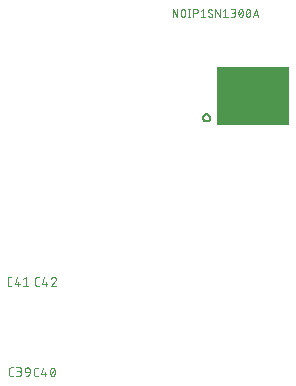
<source format=gbr>
G04 EAGLE Gerber X2 export*
G75*
%MOMM*%
%FSLAX34Y34*%
%LPD*%
%AMOC8*
5,1,8,0,0,1.08239X$1,22.5*%
G01*
%ADD10R,6.182400X4.953600*%
%ADD11C,0.127000*%
%ADD12C,0.050800*%
%ADD13C,0.076200*%


D10*
X350150Y449050D03*
D11*
X308200Y430300D02*
X308202Y430409D01*
X308208Y430518D01*
X308218Y430626D01*
X308232Y430734D01*
X308249Y430842D01*
X308271Y430949D01*
X308296Y431055D01*
X308326Y431159D01*
X308359Y431263D01*
X308396Y431366D01*
X308436Y431467D01*
X308480Y431566D01*
X308528Y431664D01*
X308580Y431761D01*
X308634Y431855D01*
X308692Y431947D01*
X308754Y432037D01*
X308819Y432124D01*
X308886Y432210D01*
X308957Y432293D01*
X309031Y432373D01*
X309108Y432450D01*
X309187Y432525D01*
X309269Y432596D01*
X309354Y432665D01*
X309441Y432730D01*
X309530Y432793D01*
X309622Y432851D01*
X309716Y432907D01*
X309811Y432959D01*
X309909Y433008D01*
X310008Y433053D01*
X310109Y433095D01*
X310211Y433132D01*
X310314Y433166D01*
X310419Y433197D01*
X310525Y433223D01*
X310631Y433246D01*
X310739Y433264D01*
X310847Y433279D01*
X310955Y433290D01*
X311064Y433297D01*
X311173Y433300D01*
X311282Y433299D01*
X311391Y433294D01*
X311499Y433285D01*
X311607Y433272D01*
X311715Y433255D01*
X311822Y433235D01*
X311928Y433210D01*
X312033Y433182D01*
X312137Y433150D01*
X312240Y433114D01*
X312342Y433074D01*
X312442Y433031D01*
X312540Y432984D01*
X312637Y432934D01*
X312731Y432880D01*
X312824Y432822D01*
X312915Y432762D01*
X313003Y432698D01*
X313089Y432631D01*
X313172Y432561D01*
X313253Y432488D01*
X313331Y432412D01*
X313406Y432333D01*
X313479Y432251D01*
X313548Y432167D01*
X313614Y432081D01*
X313677Y431992D01*
X313737Y431901D01*
X313794Y431808D01*
X313847Y431713D01*
X313896Y431616D01*
X313942Y431517D01*
X313984Y431417D01*
X314023Y431315D01*
X314058Y431211D01*
X314089Y431107D01*
X314117Y431002D01*
X314140Y430895D01*
X314160Y430788D01*
X314176Y430680D01*
X314188Y430572D01*
X314196Y430463D01*
X314200Y430354D01*
X314200Y430246D01*
X314196Y430137D01*
X314188Y430028D01*
X314176Y429920D01*
X314160Y429812D01*
X314140Y429705D01*
X314117Y429598D01*
X314089Y429493D01*
X314058Y429389D01*
X314023Y429285D01*
X313984Y429183D01*
X313942Y429083D01*
X313896Y428984D01*
X313847Y428887D01*
X313794Y428792D01*
X313737Y428699D01*
X313677Y428608D01*
X313614Y428519D01*
X313548Y428433D01*
X313479Y428349D01*
X313406Y428267D01*
X313331Y428188D01*
X313253Y428112D01*
X313172Y428039D01*
X313089Y427969D01*
X313003Y427902D01*
X312915Y427838D01*
X312824Y427778D01*
X312731Y427720D01*
X312637Y427666D01*
X312540Y427616D01*
X312442Y427569D01*
X312342Y427526D01*
X312240Y427486D01*
X312137Y427450D01*
X312033Y427418D01*
X311928Y427390D01*
X311822Y427365D01*
X311715Y427345D01*
X311607Y427328D01*
X311499Y427315D01*
X311391Y427306D01*
X311282Y427301D01*
X311173Y427300D01*
X311064Y427303D01*
X310955Y427310D01*
X310847Y427321D01*
X310739Y427336D01*
X310631Y427354D01*
X310525Y427377D01*
X310419Y427403D01*
X310314Y427434D01*
X310211Y427468D01*
X310109Y427505D01*
X310008Y427547D01*
X309909Y427592D01*
X309811Y427641D01*
X309716Y427693D01*
X309622Y427749D01*
X309530Y427807D01*
X309441Y427870D01*
X309354Y427935D01*
X309269Y428004D01*
X309187Y428075D01*
X309108Y428150D01*
X309031Y428227D01*
X308957Y428307D01*
X308886Y428390D01*
X308819Y428476D01*
X308754Y428563D01*
X308692Y428653D01*
X308634Y428745D01*
X308580Y428839D01*
X308528Y428936D01*
X308480Y429034D01*
X308436Y429133D01*
X308396Y429234D01*
X308359Y429337D01*
X308326Y429441D01*
X308296Y429545D01*
X308271Y429651D01*
X308249Y429758D01*
X308232Y429866D01*
X308218Y429974D01*
X308208Y430082D01*
X308202Y430191D01*
X308200Y430300D01*
D12*
X282784Y515663D02*
X282784Y522267D01*
X286453Y515663D01*
X286453Y522267D01*
X289399Y520433D02*
X289399Y517498D01*
X289399Y520433D02*
X289401Y520518D01*
X289407Y520602D01*
X289417Y520686D01*
X289430Y520770D01*
X289448Y520853D01*
X289469Y520935D01*
X289494Y521016D01*
X289523Y521096D01*
X289555Y521174D01*
X289591Y521250D01*
X289631Y521325D01*
X289674Y521398D01*
X289720Y521469D01*
X289769Y521538D01*
X289822Y521605D01*
X289878Y521669D01*
X289936Y521730D01*
X289997Y521788D01*
X290061Y521844D01*
X290128Y521897D01*
X290197Y521946D01*
X290268Y521992D01*
X290341Y522035D01*
X290416Y522075D01*
X290492Y522111D01*
X290570Y522143D01*
X290650Y522172D01*
X290731Y522197D01*
X290813Y522218D01*
X290896Y522236D01*
X290980Y522249D01*
X291064Y522259D01*
X291148Y522265D01*
X291233Y522267D01*
X291318Y522265D01*
X291402Y522259D01*
X291486Y522249D01*
X291570Y522236D01*
X291653Y522218D01*
X291735Y522197D01*
X291816Y522172D01*
X291896Y522143D01*
X291974Y522111D01*
X292050Y522075D01*
X292125Y522035D01*
X292198Y521992D01*
X292269Y521946D01*
X292338Y521897D01*
X292405Y521844D01*
X292469Y521788D01*
X292530Y521730D01*
X292588Y521669D01*
X292644Y521605D01*
X292697Y521538D01*
X292746Y521469D01*
X292792Y521398D01*
X292835Y521325D01*
X292875Y521250D01*
X292911Y521174D01*
X292943Y521096D01*
X292972Y521016D01*
X292997Y520935D01*
X293018Y520853D01*
X293036Y520770D01*
X293049Y520686D01*
X293059Y520602D01*
X293065Y520518D01*
X293067Y520433D01*
X293067Y517498D01*
X293065Y517413D01*
X293059Y517329D01*
X293049Y517245D01*
X293036Y517161D01*
X293018Y517078D01*
X292997Y516996D01*
X292972Y516915D01*
X292943Y516835D01*
X292911Y516757D01*
X292875Y516681D01*
X292835Y516606D01*
X292792Y516533D01*
X292746Y516462D01*
X292697Y516393D01*
X292644Y516326D01*
X292588Y516262D01*
X292530Y516201D01*
X292469Y516143D01*
X292405Y516087D01*
X292338Y516034D01*
X292269Y515985D01*
X292198Y515939D01*
X292125Y515896D01*
X292050Y515856D01*
X291974Y515820D01*
X291896Y515788D01*
X291816Y515759D01*
X291735Y515734D01*
X291653Y515713D01*
X291570Y515695D01*
X291486Y515682D01*
X291402Y515672D01*
X291318Y515666D01*
X291233Y515664D01*
X291148Y515666D01*
X291064Y515672D01*
X290980Y515682D01*
X290896Y515695D01*
X290813Y515713D01*
X290731Y515734D01*
X290650Y515759D01*
X290570Y515788D01*
X290492Y515820D01*
X290416Y515856D01*
X290341Y515896D01*
X290268Y515939D01*
X290197Y515985D01*
X290128Y516034D01*
X290061Y516087D01*
X289997Y516143D01*
X289936Y516201D01*
X289878Y516262D01*
X289822Y516326D01*
X289769Y516393D01*
X289720Y516462D01*
X289674Y516533D01*
X289631Y516606D01*
X289591Y516681D01*
X289555Y516757D01*
X289523Y516835D01*
X289494Y516915D01*
X289469Y516996D01*
X289448Y517078D01*
X289430Y517161D01*
X289417Y517245D01*
X289407Y517329D01*
X289401Y517413D01*
X289399Y517498D01*
X296354Y515663D02*
X296354Y522267D01*
X295620Y515663D02*
X297087Y515663D01*
X297087Y522267D02*
X295620Y522267D01*
X299943Y522267D02*
X299943Y515663D01*
X299943Y522267D02*
X301777Y522267D01*
X301862Y522265D01*
X301946Y522259D01*
X302030Y522249D01*
X302114Y522236D01*
X302197Y522218D01*
X302279Y522197D01*
X302360Y522172D01*
X302440Y522143D01*
X302518Y522111D01*
X302594Y522075D01*
X302669Y522035D01*
X302742Y521992D01*
X302813Y521946D01*
X302882Y521897D01*
X302949Y521844D01*
X303013Y521788D01*
X303074Y521730D01*
X303132Y521669D01*
X303188Y521605D01*
X303241Y521538D01*
X303290Y521469D01*
X303336Y521398D01*
X303379Y521325D01*
X303419Y521250D01*
X303455Y521174D01*
X303487Y521096D01*
X303516Y521016D01*
X303541Y520935D01*
X303562Y520853D01*
X303580Y520770D01*
X303593Y520686D01*
X303603Y520602D01*
X303609Y520518D01*
X303611Y520433D01*
X303609Y520348D01*
X303603Y520264D01*
X303593Y520180D01*
X303580Y520096D01*
X303562Y520013D01*
X303541Y519931D01*
X303516Y519850D01*
X303487Y519770D01*
X303455Y519692D01*
X303419Y519616D01*
X303379Y519541D01*
X303336Y519468D01*
X303290Y519397D01*
X303241Y519328D01*
X303188Y519261D01*
X303132Y519197D01*
X303074Y519136D01*
X303013Y519078D01*
X302949Y519022D01*
X302882Y518969D01*
X302813Y518920D01*
X302742Y518874D01*
X302669Y518831D01*
X302594Y518791D01*
X302518Y518755D01*
X302440Y518723D01*
X302360Y518694D01*
X302279Y518669D01*
X302197Y518648D01*
X302114Y518630D01*
X302030Y518617D01*
X301946Y518607D01*
X301862Y518601D01*
X301777Y518599D01*
X299943Y518599D01*
X306041Y520800D02*
X307875Y522267D01*
X307875Y515663D01*
X306041Y515663D02*
X309709Y515663D01*
X314429Y515663D02*
X314503Y515665D01*
X314577Y515671D01*
X314651Y515680D01*
X314724Y515693D01*
X314797Y515710D01*
X314868Y515730D01*
X314939Y515754D01*
X315008Y515782D01*
X315075Y515813D01*
X315141Y515847D01*
X315206Y515885D01*
X315268Y515926D01*
X315328Y515970D01*
X315385Y516017D01*
X315440Y516067D01*
X315493Y516120D01*
X315543Y516175D01*
X315590Y516232D01*
X315634Y516292D01*
X315675Y516354D01*
X315713Y516419D01*
X315747Y516484D01*
X315778Y516552D01*
X315806Y516621D01*
X315830Y516692D01*
X315850Y516763D01*
X315867Y516835D01*
X315880Y516909D01*
X315889Y516982D01*
X315895Y517057D01*
X315897Y517131D01*
X314429Y515664D02*
X314318Y515666D01*
X314207Y515672D01*
X314096Y515682D01*
X313985Y515696D01*
X313876Y515714D01*
X313767Y515736D01*
X313658Y515761D01*
X313551Y515791D01*
X313445Y515824D01*
X313340Y515862D01*
X313237Y515902D01*
X313135Y515947D01*
X313035Y515995D01*
X312936Y516047D01*
X312840Y516102D01*
X312745Y516161D01*
X312653Y516223D01*
X312563Y516289D01*
X312475Y516357D01*
X312390Y516429D01*
X312308Y516504D01*
X312228Y516581D01*
X312411Y520800D02*
X312413Y520874D01*
X312419Y520949D01*
X312428Y521022D01*
X312441Y521096D01*
X312458Y521168D01*
X312478Y521239D01*
X312502Y521310D01*
X312530Y521379D01*
X312561Y521446D01*
X312595Y521512D01*
X312633Y521577D01*
X312674Y521639D01*
X312718Y521699D01*
X312765Y521756D01*
X312815Y521811D01*
X312868Y521864D01*
X312923Y521914D01*
X312980Y521961D01*
X313040Y522005D01*
X313102Y522046D01*
X313167Y522084D01*
X313233Y522118D01*
X313300Y522149D01*
X313369Y522177D01*
X313440Y522201D01*
X313511Y522221D01*
X313583Y522238D01*
X313657Y522251D01*
X313730Y522260D01*
X313805Y522266D01*
X313879Y522268D01*
X313983Y522266D01*
X314087Y522260D01*
X314191Y522250D01*
X314294Y522237D01*
X314397Y522219D01*
X314499Y522197D01*
X314600Y522172D01*
X314700Y522143D01*
X314799Y522110D01*
X314896Y522073D01*
X314992Y522033D01*
X315087Y521989D01*
X315179Y521941D01*
X315270Y521891D01*
X315359Y521836D01*
X315446Y521779D01*
X315530Y521718D01*
X313145Y519515D02*
X313082Y519554D01*
X313022Y519596D01*
X312964Y519641D01*
X312907Y519689D01*
X312854Y519740D01*
X312803Y519793D01*
X312754Y519848D01*
X312709Y519906D01*
X312666Y519966D01*
X312626Y520028D01*
X312590Y520092D01*
X312556Y520158D01*
X312526Y520226D01*
X312499Y520294D01*
X312476Y520364D01*
X312456Y520435D01*
X312440Y520507D01*
X312427Y520580D01*
X312418Y520653D01*
X312413Y520726D01*
X312411Y520800D01*
X315163Y518416D02*
X315226Y518377D01*
X315286Y518335D01*
X315345Y518290D01*
X315401Y518242D01*
X315454Y518191D01*
X315505Y518138D01*
X315554Y518083D01*
X315599Y518025D01*
X315642Y517965D01*
X315682Y517903D01*
X315718Y517839D01*
X315752Y517773D01*
X315782Y517705D01*
X315809Y517637D01*
X315832Y517567D01*
X315852Y517496D01*
X315868Y517424D01*
X315881Y517351D01*
X315890Y517278D01*
X315895Y517205D01*
X315897Y517131D01*
X315163Y518415D02*
X313145Y519516D01*
X318629Y522267D02*
X318629Y515663D01*
X322298Y515663D02*
X318629Y522267D01*
X322298Y522267D02*
X322298Y515663D01*
X325243Y520800D02*
X327077Y522267D01*
X327077Y515663D01*
X325243Y515663D02*
X328912Y515663D01*
X331644Y515663D02*
X333478Y515663D01*
X333478Y515664D02*
X333563Y515666D01*
X333647Y515672D01*
X333731Y515682D01*
X333815Y515695D01*
X333898Y515713D01*
X333980Y515734D01*
X334061Y515759D01*
X334141Y515788D01*
X334219Y515820D01*
X334295Y515856D01*
X334370Y515896D01*
X334443Y515939D01*
X334514Y515985D01*
X334583Y516034D01*
X334650Y516087D01*
X334714Y516143D01*
X334775Y516201D01*
X334833Y516262D01*
X334889Y516326D01*
X334942Y516393D01*
X334991Y516462D01*
X335037Y516533D01*
X335080Y516606D01*
X335120Y516681D01*
X335156Y516757D01*
X335188Y516835D01*
X335217Y516915D01*
X335242Y516996D01*
X335263Y517078D01*
X335281Y517161D01*
X335294Y517245D01*
X335304Y517329D01*
X335310Y517413D01*
X335312Y517498D01*
X335310Y517583D01*
X335304Y517667D01*
X335294Y517751D01*
X335281Y517835D01*
X335263Y517918D01*
X335242Y518000D01*
X335217Y518081D01*
X335188Y518161D01*
X335156Y518239D01*
X335120Y518315D01*
X335080Y518390D01*
X335037Y518463D01*
X334991Y518534D01*
X334942Y518603D01*
X334889Y518670D01*
X334833Y518734D01*
X334775Y518795D01*
X334714Y518853D01*
X334650Y518909D01*
X334583Y518962D01*
X334514Y519011D01*
X334443Y519057D01*
X334370Y519100D01*
X334295Y519140D01*
X334219Y519176D01*
X334141Y519208D01*
X334061Y519237D01*
X333980Y519262D01*
X333898Y519283D01*
X333815Y519301D01*
X333731Y519314D01*
X333647Y519324D01*
X333563Y519330D01*
X333478Y519332D01*
X333845Y522267D02*
X331644Y522267D01*
X333845Y522268D02*
X333921Y522266D01*
X333996Y522260D01*
X334071Y522251D01*
X334145Y522237D01*
X334219Y522220D01*
X334291Y522198D01*
X334363Y522174D01*
X334433Y522145D01*
X334501Y522113D01*
X334568Y522078D01*
X334633Y522039D01*
X334696Y521996D01*
X334756Y521951D01*
X334814Y521903D01*
X334870Y521851D01*
X334922Y521797D01*
X334972Y521740D01*
X335019Y521681D01*
X335063Y521620D01*
X335104Y521556D01*
X335141Y521490D01*
X335175Y521422D01*
X335205Y521353D01*
X335232Y521282D01*
X335255Y521210D01*
X335274Y521137D01*
X335289Y521063D01*
X335301Y520988D01*
X335309Y520913D01*
X335313Y520838D01*
X335313Y520762D01*
X335309Y520687D01*
X335301Y520612D01*
X335289Y520537D01*
X335274Y520463D01*
X335255Y520390D01*
X335232Y520318D01*
X335205Y520247D01*
X335175Y520178D01*
X335141Y520110D01*
X335104Y520044D01*
X335063Y519980D01*
X335019Y519919D01*
X334972Y519860D01*
X334922Y519803D01*
X334870Y519749D01*
X334814Y519697D01*
X334756Y519649D01*
X334696Y519604D01*
X334633Y519561D01*
X334568Y519522D01*
X334501Y519487D01*
X334433Y519455D01*
X334363Y519426D01*
X334291Y519402D01*
X334219Y519380D01*
X334145Y519363D01*
X334071Y519349D01*
X333996Y519340D01*
X333921Y519334D01*
X333845Y519332D01*
X332377Y519332D01*
X338045Y518965D02*
X338047Y519110D01*
X338053Y519255D01*
X338062Y519400D01*
X338076Y519545D01*
X338093Y519689D01*
X338115Y519832D01*
X338140Y519976D01*
X338169Y520118D01*
X338201Y520259D01*
X338238Y520400D01*
X338278Y520539D01*
X338322Y520678D01*
X338369Y520815D01*
X338420Y520951D01*
X338475Y521085D01*
X338533Y521218D01*
X338595Y521350D01*
X338594Y521350D02*
X338620Y521419D01*
X338649Y521486D01*
X338682Y521552D01*
X338718Y521615D01*
X338758Y521677D01*
X338801Y521736D01*
X338847Y521793D01*
X338896Y521847D01*
X338948Y521899D01*
X339003Y521948D01*
X339060Y521993D01*
X339120Y522036D01*
X339182Y522075D01*
X339245Y522111D01*
X339311Y522144D01*
X339378Y522172D01*
X339447Y522198D01*
X339517Y522219D01*
X339588Y522237D01*
X339660Y522250D01*
X339733Y522260D01*
X339806Y522266D01*
X339879Y522268D01*
X339879Y522267D02*
X339952Y522265D01*
X340025Y522259D01*
X340098Y522249D01*
X340170Y522236D01*
X340241Y522218D01*
X340311Y522197D01*
X340379Y522171D01*
X340447Y522143D01*
X340512Y522110D01*
X340576Y522074D01*
X340638Y522035D01*
X340697Y521993D01*
X340754Y521947D01*
X340809Y521898D01*
X340861Y521847D01*
X340910Y521792D01*
X340956Y521735D01*
X340999Y521676D01*
X341039Y521615D01*
X341075Y521551D01*
X341108Y521486D01*
X341137Y521419D01*
X341163Y521350D01*
X341225Y521218D01*
X341283Y521085D01*
X341338Y520951D01*
X341389Y520815D01*
X341436Y520678D01*
X341480Y520539D01*
X341520Y520400D01*
X341557Y520259D01*
X341589Y520118D01*
X341618Y519976D01*
X341643Y519833D01*
X341665Y519689D01*
X341682Y519545D01*
X341696Y519400D01*
X341705Y519255D01*
X341711Y519110D01*
X341713Y518965D01*
X338045Y518965D02*
X338047Y518820D01*
X338053Y518675D01*
X338062Y518530D01*
X338076Y518385D01*
X338093Y518241D01*
X338115Y518098D01*
X338140Y517955D01*
X338168Y517812D01*
X338201Y517671D01*
X338238Y517530D01*
X338278Y517391D01*
X338322Y517252D01*
X338369Y517115D01*
X338420Y516979D01*
X338475Y516845D01*
X338533Y516712D01*
X338595Y516580D01*
X338594Y516581D02*
X338620Y516512D01*
X338649Y516445D01*
X338682Y516379D01*
X338718Y516316D01*
X338758Y516254D01*
X338801Y516195D01*
X338847Y516138D01*
X338896Y516084D01*
X338948Y516032D01*
X339003Y515983D01*
X339060Y515938D01*
X339120Y515895D01*
X339182Y515856D01*
X339245Y515820D01*
X339311Y515787D01*
X339378Y515759D01*
X339447Y515733D01*
X339517Y515712D01*
X339588Y515694D01*
X339660Y515681D01*
X339733Y515671D01*
X339806Y515665D01*
X339879Y515663D01*
X341163Y516580D02*
X341225Y516712D01*
X341283Y516845D01*
X341338Y516979D01*
X341389Y517115D01*
X341436Y517252D01*
X341480Y517391D01*
X341520Y517530D01*
X341557Y517671D01*
X341589Y517812D01*
X341618Y517954D01*
X341643Y518097D01*
X341665Y518241D01*
X341682Y518385D01*
X341696Y518530D01*
X341705Y518675D01*
X341711Y518820D01*
X341713Y518965D01*
X341163Y516581D02*
X341137Y516512D01*
X341108Y516445D01*
X341075Y516380D01*
X341039Y516316D01*
X340999Y516255D01*
X340956Y516196D01*
X340910Y516139D01*
X340861Y516084D01*
X340809Y516033D01*
X340754Y515984D01*
X340697Y515938D01*
X340638Y515896D01*
X340576Y515857D01*
X340512Y515821D01*
X340447Y515788D01*
X340379Y515760D01*
X340311Y515734D01*
X340241Y515713D01*
X340169Y515695D01*
X340098Y515682D01*
X340025Y515672D01*
X339952Y515666D01*
X339879Y515664D01*
X338411Y517131D02*
X341346Y520800D01*
X344445Y518965D02*
X344447Y519110D01*
X344453Y519255D01*
X344462Y519400D01*
X344476Y519545D01*
X344493Y519689D01*
X344515Y519832D01*
X344540Y519976D01*
X344569Y520118D01*
X344601Y520259D01*
X344638Y520400D01*
X344678Y520539D01*
X344722Y520678D01*
X344769Y520815D01*
X344820Y520951D01*
X344875Y521085D01*
X344933Y521218D01*
X344995Y521350D01*
X345021Y521419D01*
X345050Y521486D01*
X345083Y521552D01*
X345119Y521615D01*
X345159Y521677D01*
X345202Y521736D01*
X345248Y521793D01*
X345297Y521847D01*
X345349Y521899D01*
X345404Y521948D01*
X345461Y521993D01*
X345521Y522036D01*
X345583Y522075D01*
X345646Y522111D01*
X345712Y522144D01*
X345779Y522172D01*
X345848Y522198D01*
X345918Y522219D01*
X345989Y522237D01*
X346061Y522250D01*
X346134Y522260D01*
X346207Y522266D01*
X346280Y522268D01*
X346280Y522267D02*
X346353Y522265D01*
X346426Y522259D01*
X346499Y522249D01*
X346571Y522236D01*
X346642Y522218D01*
X346712Y522197D01*
X346780Y522171D01*
X346848Y522143D01*
X346913Y522110D01*
X346977Y522074D01*
X347039Y522035D01*
X347098Y521993D01*
X347155Y521947D01*
X347210Y521898D01*
X347262Y521847D01*
X347311Y521792D01*
X347357Y521735D01*
X347400Y521676D01*
X347440Y521615D01*
X347476Y521551D01*
X347509Y521486D01*
X347538Y521419D01*
X347564Y521350D01*
X347626Y521218D01*
X347684Y521085D01*
X347739Y520951D01*
X347790Y520815D01*
X347837Y520678D01*
X347881Y520539D01*
X347921Y520400D01*
X347958Y520259D01*
X347990Y520118D01*
X348019Y519976D01*
X348044Y519833D01*
X348066Y519689D01*
X348083Y519545D01*
X348097Y519400D01*
X348106Y519255D01*
X348112Y519110D01*
X348114Y518965D01*
X344446Y518965D02*
X344448Y518820D01*
X344454Y518675D01*
X344463Y518530D01*
X344477Y518385D01*
X344494Y518241D01*
X344516Y518098D01*
X344541Y517955D01*
X344569Y517812D01*
X344602Y517671D01*
X344639Y517530D01*
X344679Y517391D01*
X344723Y517252D01*
X344770Y517115D01*
X344821Y516979D01*
X344876Y516845D01*
X344934Y516712D01*
X344996Y516580D01*
X344995Y516581D02*
X345021Y516512D01*
X345050Y516445D01*
X345083Y516379D01*
X345119Y516316D01*
X345159Y516254D01*
X345202Y516195D01*
X345248Y516138D01*
X345297Y516084D01*
X345349Y516032D01*
X345404Y515983D01*
X345461Y515938D01*
X345521Y515895D01*
X345583Y515856D01*
X345646Y515820D01*
X345712Y515787D01*
X345779Y515759D01*
X345848Y515733D01*
X345918Y515712D01*
X345989Y515694D01*
X346061Y515681D01*
X346134Y515671D01*
X346207Y515665D01*
X346280Y515663D01*
X347564Y516580D02*
X347626Y516712D01*
X347684Y516845D01*
X347739Y516979D01*
X347790Y517115D01*
X347837Y517252D01*
X347881Y517391D01*
X347921Y517530D01*
X347958Y517671D01*
X347990Y517812D01*
X348019Y517954D01*
X348044Y518097D01*
X348066Y518241D01*
X348083Y518385D01*
X348097Y518530D01*
X348106Y518675D01*
X348112Y518820D01*
X348114Y518965D01*
X347564Y516581D02*
X347538Y516512D01*
X347509Y516445D01*
X347476Y516380D01*
X347440Y516316D01*
X347400Y516255D01*
X347357Y516196D01*
X347311Y516139D01*
X347262Y516084D01*
X347210Y516033D01*
X347155Y515984D01*
X347098Y515938D01*
X347039Y515896D01*
X346977Y515857D01*
X346913Y515821D01*
X346848Y515788D01*
X346780Y515760D01*
X346712Y515734D01*
X346642Y515713D01*
X346570Y515695D01*
X346499Y515682D01*
X346426Y515672D01*
X346353Y515666D01*
X346280Y515664D01*
X344812Y517131D02*
X347747Y520800D01*
X352680Y522267D02*
X350479Y515663D01*
X354882Y515663D02*
X352680Y522267D01*
X354331Y517314D02*
X351029Y517314D01*
D13*
X147114Y211506D02*
X145477Y211506D01*
X145399Y211508D01*
X145321Y211513D01*
X145244Y211523D01*
X145167Y211536D01*
X145091Y211552D01*
X145016Y211572D01*
X144942Y211596D01*
X144869Y211623D01*
X144797Y211654D01*
X144727Y211688D01*
X144659Y211725D01*
X144592Y211766D01*
X144527Y211810D01*
X144465Y211856D01*
X144405Y211906D01*
X144347Y211958D01*
X144292Y212013D01*
X144240Y212071D01*
X144190Y212131D01*
X144144Y212193D01*
X144100Y212258D01*
X144059Y212325D01*
X144022Y212393D01*
X143988Y212463D01*
X143957Y212535D01*
X143930Y212608D01*
X143906Y212682D01*
X143886Y212757D01*
X143870Y212833D01*
X143857Y212910D01*
X143847Y212987D01*
X143842Y213065D01*
X143840Y213143D01*
X143840Y217235D01*
X143842Y217315D01*
X143848Y217395D01*
X143858Y217475D01*
X143871Y217554D01*
X143889Y217633D01*
X143910Y217710D01*
X143936Y217786D01*
X143965Y217861D01*
X143997Y217935D01*
X144033Y218007D01*
X144073Y218077D01*
X144116Y218144D01*
X144162Y218210D01*
X144212Y218273D01*
X144264Y218334D01*
X144319Y218393D01*
X144378Y218448D01*
X144438Y218500D01*
X144502Y218550D01*
X144568Y218596D01*
X144635Y218639D01*
X144705Y218679D01*
X144777Y218715D01*
X144851Y218747D01*
X144925Y218776D01*
X145002Y218802D01*
X145079Y218823D01*
X145158Y218841D01*
X145237Y218854D01*
X145317Y218864D01*
X145397Y218870D01*
X145477Y218872D01*
X147114Y218872D01*
X149959Y211506D02*
X152005Y211506D01*
X152094Y211508D01*
X152183Y211514D01*
X152272Y211524D01*
X152360Y211537D01*
X152448Y211554D01*
X152535Y211576D01*
X152620Y211601D01*
X152705Y211629D01*
X152788Y211662D01*
X152870Y211698D01*
X152950Y211737D01*
X153028Y211780D01*
X153104Y211826D01*
X153179Y211876D01*
X153251Y211929D01*
X153320Y211985D01*
X153387Y212044D01*
X153452Y212105D01*
X153513Y212170D01*
X153572Y212237D01*
X153628Y212306D01*
X153681Y212378D01*
X153731Y212453D01*
X153777Y212529D01*
X153820Y212607D01*
X153859Y212687D01*
X153895Y212769D01*
X153928Y212852D01*
X153956Y212937D01*
X153981Y213022D01*
X154003Y213109D01*
X154020Y213197D01*
X154033Y213285D01*
X154043Y213374D01*
X154049Y213463D01*
X154051Y213552D01*
X154049Y213641D01*
X154043Y213730D01*
X154033Y213819D01*
X154020Y213907D01*
X154003Y213995D01*
X153981Y214082D01*
X153956Y214167D01*
X153928Y214252D01*
X153895Y214335D01*
X153859Y214417D01*
X153820Y214497D01*
X153777Y214575D01*
X153731Y214651D01*
X153681Y214726D01*
X153628Y214798D01*
X153572Y214867D01*
X153513Y214934D01*
X153452Y214999D01*
X153387Y215060D01*
X153320Y215119D01*
X153251Y215175D01*
X153179Y215228D01*
X153104Y215278D01*
X153028Y215324D01*
X152950Y215367D01*
X152870Y215406D01*
X152788Y215442D01*
X152705Y215475D01*
X152620Y215503D01*
X152535Y215528D01*
X152448Y215550D01*
X152360Y215567D01*
X152272Y215580D01*
X152183Y215590D01*
X152094Y215596D01*
X152005Y215598D01*
X152415Y218872D02*
X149959Y218872D01*
X152415Y218872D02*
X152494Y218870D01*
X152573Y218864D01*
X152652Y218855D01*
X152730Y218842D01*
X152807Y218824D01*
X152883Y218804D01*
X152958Y218779D01*
X153032Y218751D01*
X153105Y218720D01*
X153176Y218684D01*
X153245Y218646D01*
X153312Y218604D01*
X153377Y218559D01*
X153440Y218511D01*
X153501Y218460D01*
X153558Y218406D01*
X153614Y218350D01*
X153666Y218291D01*
X153716Y218229D01*
X153762Y218165D01*
X153806Y218099D01*
X153846Y218031D01*
X153882Y217961D01*
X153916Y217889D01*
X153946Y217815D01*
X153972Y217741D01*
X153995Y217665D01*
X154013Y217588D01*
X154029Y217511D01*
X154040Y217432D01*
X154048Y217354D01*
X154052Y217275D01*
X154052Y217195D01*
X154048Y217116D01*
X154040Y217038D01*
X154029Y216959D01*
X154013Y216882D01*
X153995Y216805D01*
X153972Y216729D01*
X153946Y216655D01*
X153916Y216581D01*
X153882Y216509D01*
X153846Y216439D01*
X153806Y216371D01*
X153762Y216305D01*
X153716Y216241D01*
X153666Y216179D01*
X153614Y216120D01*
X153558Y216064D01*
X153501Y216010D01*
X153440Y215959D01*
X153377Y215911D01*
X153312Y215866D01*
X153245Y215824D01*
X153176Y215786D01*
X153105Y215750D01*
X153032Y215719D01*
X152958Y215691D01*
X152883Y215666D01*
X152807Y215646D01*
X152730Y215628D01*
X152652Y215615D01*
X152573Y215606D01*
X152494Y215600D01*
X152415Y215598D01*
X150778Y215598D01*
X158911Y214780D02*
X161367Y214780D01*
X158911Y214779D02*
X158833Y214781D01*
X158755Y214786D01*
X158678Y214796D01*
X158601Y214809D01*
X158525Y214825D01*
X158450Y214845D01*
X158376Y214869D01*
X158303Y214896D01*
X158231Y214927D01*
X158161Y214961D01*
X158092Y214998D01*
X158026Y215039D01*
X157961Y215083D01*
X157899Y215129D01*
X157839Y215179D01*
X157781Y215231D01*
X157726Y215286D01*
X157674Y215344D01*
X157624Y215404D01*
X157578Y215466D01*
X157534Y215531D01*
X157493Y215598D01*
X157456Y215666D01*
X157422Y215736D01*
X157391Y215808D01*
X157364Y215881D01*
X157340Y215955D01*
X157320Y216030D01*
X157304Y216106D01*
X157291Y216183D01*
X157281Y216260D01*
X157276Y216338D01*
X157274Y216416D01*
X157274Y216417D02*
X157274Y216826D01*
X157275Y216826D02*
X157277Y216915D01*
X157283Y217004D01*
X157293Y217093D01*
X157306Y217181D01*
X157323Y217269D01*
X157345Y217356D01*
X157370Y217441D01*
X157398Y217526D01*
X157431Y217609D01*
X157467Y217691D01*
X157506Y217771D01*
X157549Y217849D01*
X157595Y217925D01*
X157645Y218000D01*
X157698Y218072D01*
X157754Y218141D01*
X157813Y218208D01*
X157874Y218273D01*
X157939Y218334D01*
X158006Y218393D01*
X158075Y218449D01*
X158147Y218502D01*
X158222Y218552D01*
X158298Y218598D01*
X158376Y218641D01*
X158456Y218680D01*
X158538Y218716D01*
X158621Y218749D01*
X158706Y218777D01*
X158791Y218802D01*
X158878Y218824D01*
X158966Y218841D01*
X159054Y218854D01*
X159143Y218864D01*
X159232Y218870D01*
X159321Y218872D01*
X159410Y218870D01*
X159499Y218864D01*
X159588Y218854D01*
X159676Y218841D01*
X159764Y218824D01*
X159851Y218802D01*
X159936Y218777D01*
X160021Y218749D01*
X160104Y218716D01*
X160186Y218680D01*
X160266Y218641D01*
X160344Y218598D01*
X160420Y218552D01*
X160495Y218502D01*
X160567Y218449D01*
X160636Y218393D01*
X160703Y218334D01*
X160768Y218273D01*
X160829Y218208D01*
X160888Y218141D01*
X160944Y218072D01*
X160997Y218000D01*
X161047Y217925D01*
X161093Y217849D01*
X161136Y217771D01*
X161175Y217691D01*
X161211Y217609D01*
X161244Y217526D01*
X161272Y217441D01*
X161297Y217356D01*
X161319Y217269D01*
X161336Y217181D01*
X161349Y217093D01*
X161359Y217004D01*
X161365Y216915D01*
X161367Y216826D01*
X161367Y214780D01*
X161365Y214668D01*
X161359Y214557D01*
X161350Y214445D01*
X161337Y214334D01*
X161319Y214224D01*
X161299Y214114D01*
X161274Y214005D01*
X161246Y213897D01*
X161214Y213790D01*
X161178Y213684D01*
X161139Y213579D01*
X161096Y213476D01*
X161050Y213374D01*
X161000Y213274D01*
X160947Y213175D01*
X160890Y213079D01*
X160831Y212984D01*
X160768Y212892D01*
X160702Y212802D01*
X160633Y212714D01*
X160561Y212628D01*
X160486Y212545D01*
X160408Y212465D01*
X160328Y212387D01*
X160245Y212312D01*
X160159Y212240D01*
X160071Y212171D01*
X159981Y212105D01*
X159889Y212042D01*
X159794Y211983D01*
X159698Y211926D01*
X159599Y211873D01*
X159499Y211823D01*
X159397Y211777D01*
X159294Y211734D01*
X159189Y211695D01*
X159083Y211659D01*
X158976Y211627D01*
X158868Y211599D01*
X158759Y211574D01*
X158649Y211554D01*
X158539Y211536D01*
X158428Y211523D01*
X158316Y211514D01*
X158205Y211508D01*
X158093Y211506D01*
X166762Y211353D02*
X168399Y211353D01*
X166762Y211353D02*
X166684Y211355D01*
X166606Y211360D01*
X166529Y211370D01*
X166452Y211383D01*
X166376Y211399D01*
X166301Y211419D01*
X166227Y211443D01*
X166154Y211470D01*
X166082Y211501D01*
X166012Y211535D01*
X165944Y211572D01*
X165877Y211613D01*
X165812Y211657D01*
X165750Y211703D01*
X165690Y211753D01*
X165632Y211805D01*
X165577Y211860D01*
X165525Y211918D01*
X165475Y211978D01*
X165429Y212040D01*
X165385Y212105D01*
X165344Y212172D01*
X165307Y212240D01*
X165273Y212310D01*
X165242Y212382D01*
X165215Y212455D01*
X165191Y212529D01*
X165171Y212604D01*
X165155Y212680D01*
X165142Y212757D01*
X165132Y212834D01*
X165127Y212912D01*
X165125Y212990D01*
X165125Y217083D01*
X165127Y217163D01*
X165133Y217243D01*
X165143Y217323D01*
X165156Y217402D01*
X165174Y217481D01*
X165195Y217558D01*
X165221Y217634D01*
X165250Y217709D01*
X165282Y217783D01*
X165318Y217855D01*
X165358Y217925D01*
X165401Y217992D01*
X165447Y218058D01*
X165497Y218121D01*
X165549Y218182D01*
X165604Y218241D01*
X165663Y218296D01*
X165723Y218348D01*
X165787Y218398D01*
X165853Y218444D01*
X165920Y218487D01*
X165990Y218527D01*
X166062Y218563D01*
X166136Y218595D01*
X166210Y218624D01*
X166287Y218650D01*
X166364Y218671D01*
X166443Y218689D01*
X166522Y218702D01*
X166602Y218712D01*
X166682Y218718D01*
X166762Y218720D01*
X166762Y218719D02*
X168399Y218719D01*
X172881Y218719D02*
X171245Y212990D01*
X175337Y212990D01*
X174109Y214627D02*
X174109Y211353D01*
X178560Y215036D02*
X178562Y215189D01*
X178568Y215342D01*
X178577Y215494D01*
X178591Y215647D01*
X178608Y215799D01*
X178629Y215950D01*
X178654Y216101D01*
X178683Y216251D01*
X178715Y216401D01*
X178752Y216549D01*
X178792Y216697D01*
X178835Y216844D01*
X178883Y216989D01*
X178934Y217133D01*
X178988Y217276D01*
X179047Y217418D01*
X179108Y217557D01*
X179174Y217696D01*
X179200Y217766D01*
X179230Y217836D01*
X179263Y217903D01*
X179299Y217969D01*
X179338Y218033D01*
X179381Y218095D01*
X179427Y218154D01*
X179475Y218212D01*
X179526Y218266D01*
X179580Y218319D01*
X179637Y218368D01*
X179696Y218415D01*
X179757Y218458D01*
X179820Y218499D01*
X179885Y218536D01*
X179952Y218571D01*
X180021Y218601D01*
X180091Y218629D01*
X180162Y218652D01*
X180234Y218673D01*
X180307Y218689D01*
X180381Y218702D01*
X180456Y218712D01*
X180531Y218717D01*
X180606Y218719D01*
X180681Y218717D01*
X180756Y218712D01*
X180831Y218702D01*
X180905Y218689D01*
X180978Y218673D01*
X181050Y218652D01*
X181121Y218629D01*
X181191Y218601D01*
X181260Y218571D01*
X181327Y218536D01*
X181392Y218499D01*
X181455Y218458D01*
X181516Y218415D01*
X181575Y218368D01*
X181632Y218319D01*
X181686Y218266D01*
X181737Y218212D01*
X181786Y218154D01*
X181831Y218095D01*
X181874Y218033D01*
X181913Y217969D01*
X181950Y217903D01*
X181982Y217835D01*
X182012Y217766D01*
X182038Y217696D01*
X182103Y217558D01*
X182165Y217418D01*
X182223Y217276D01*
X182278Y217133D01*
X182329Y216989D01*
X182377Y216844D01*
X182420Y216697D01*
X182460Y216550D01*
X182497Y216401D01*
X182529Y216251D01*
X182558Y216101D01*
X182583Y215950D01*
X182604Y215799D01*
X182621Y215647D01*
X182635Y215494D01*
X182644Y215342D01*
X182650Y215189D01*
X182652Y215036D01*
X178559Y215036D02*
X178561Y214883D01*
X178567Y214730D01*
X178576Y214577D01*
X178590Y214425D01*
X178607Y214273D01*
X178628Y214122D01*
X178653Y213971D01*
X178682Y213820D01*
X178714Y213671D01*
X178751Y213522D01*
X178791Y213375D01*
X178834Y213228D01*
X178882Y213083D01*
X178933Y212938D01*
X178988Y212796D01*
X179046Y212654D01*
X179108Y212514D01*
X179173Y212376D01*
X179174Y212377D02*
X179200Y212306D01*
X179230Y212237D01*
X179263Y212170D01*
X179299Y212104D01*
X179338Y212040D01*
X179381Y211978D01*
X179427Y211919D01*
X179475Y211861D01*
X179526Y211807D01*
X179580Y211754D01*
X179637Y211705D01*
X179696Y211658D01*
X179757Y211615D01*
X179820Y211574D01*
X179885Y211537D01*
X179952Y211502D01*
X180021Y211472D01*
X180091Y211444D01*
X180162Y211421D01*
X180234Y211400D01*
X180307Y211384D01*
X180381Y211371D01*
X180456Y211361D01*
X180531Y211356D01*
X180606Y211354D01*
X182038Y212376D02*
X182103Y212514D01*
X182165Y212654D01*
X182223Y212796D01*
X182278Y212939D01*
X182329Y213083D01*
X182377Y213228D01*
X182420Y213375D01*
X182460Y213523D01*
X182497Y213671D01*
X182529Y213821D01*
X182558Y213971D01*
X182583Y214122D01*
X182604Y214273D01*
X182621Y214425D01*
X182635Y214578D01*
X182644Y214730D01*
X182650Y214883D01*
X182652Y215036D01*
X182038Y212377D02*
X182012Y212307D01*
X181982Y212237D01*
X181950Y212170D01*
X181913Y212104D01*
X181874Y212040D01*
X181831Y211978D01*
X181785Y211919D01*
X181737Y211861D01*
X181686Y211807D01*
X181632Y211754D01*
X181575Y211705D01*
X181516Y211658D01*
X181455Y211615D01*
X181392Y211574D01*
X181327Y211537D01*
X181260Y211502D01*
X181191Y211472D01*
X181121Y211444D01*
X181050Y211421D01*
X180978Y211400D01*
X180905Y211384D01*
X180831Y211371D01*
X180756Y211361D01*
X180681Y211356D01*
X180606Y211354D01*
X178969Y212990D02*
X182243Y217083D01*
X145844Y287935D02*
X144207Y287935D01*
X144207Y287934D02*
X144129Y287936D01*
X144051Y287941D01*
X143974Y287951D01*
X143897Y287964D01*
X143821Y287980D01*
X143746Y288000D01*
X143672Y288024D01*
X143599Y288051D01*
X143527Y288082D01*
X143457Y288116D01*
X143389Y288153D01*
X143322Y288194D01*
X143257Y288238D01*
X143195Y288284D01*
X143135Y288334D01*
X143077Y288386D01*
X143022Y288441D01*
X142970Y288499D01*
X142920Y288559D01*
X142874Y288621D01*
X142830Y288686D01*
X142789Y288753D01*
X142752Y288821D01*
X142718Y288891D01*
X142687Y288963D01*
X142660Y289036D01*
X142636Y289110D01*
X142616Y289185D01*
X142600Y289261D01*
X142587Y289338D01*
X142577Y289415D01*
X142572Y289493D01*
X142570Y289571D01*
X142570Y293664D01*
X142572Y293744D01*
X142578Y293824D01*
X142588Y293904D01*
X142601Y293983D01*
X142619Y294062D01*
X142640Y294139D01*
X142666Y294215D01*
X142695Y294290D01*
X142727Y294364D01*
X142763Y294436D01*
X142803Y294506D01*
X142846Y294573D01*
X142892Y294639D01*
X142942Y294702D01*
X142994Y294763D01*
X143049Y294822D01*
X143108Y294877D01*
X143168Y294929D01*
X143232Y294979D01*
X143298Y295025D01*
X143365Y295068D01*
X143435Y295108D01*
X143507Y295144D01*
X143581Y295176D01*
X143655Y295205D01*
X143732Y295231D01*
X143809Y295252D01*
X143888Y295270D01*
X143967Y295283D01*
X144047Y295293D01*
X144127Y295299D01*
X144207Y295301D01*
X145844Y295301D01*
X150326Y295301D02*
X148689Y289571D01*
X152781Y289571D01*
X151554Y291208D02*
X151554Y287935D01*
X156004Y293664D02*
X158051Y295301D01*
X158051Y287935D01*
X160097Y287935D02*
X156004Y287935D01*
X167651Y288036D02*
X169288Y288036D01*
X167651Y288036D02*
X167573Y288038D01*
X167495Y288043D01*
X167418Y288053D01*
X167341Y288066D01*
X167265Y288082D01*
X167190Y288102D01*
X167116Y288126D01*
X167043Y288153D01*
X166971Y288184D01*
X166901Y288218D01*
X166833Y288255D01*
X166766Y288296D01*
X166701Y288340D01*
X166639Y288386D01*
X166579Y288436D01*
X166521Y288488D01*
X166466Y288543D01*
X166414Y288601D01*
X166364Y288661D01*
X166318Y288723D01*
X166274Y288788D01*
X166233Y288855D01*
X166196Y288923D01*
X166162Y288993D01*
X166131Y289065D01*
X166104Y289138D01*
X166080Y289212D01*
X166060Y289287D01*
X166044Y289363D01*
X166031Y289440D01*
X166021Y289517D01*
X166016Y289595D01*
X166014Y289673D01*
X166014Y293765D01*
X166016Y293845D01*
X166022Y293925D01*
X166032Y294005D01*
X166045Y294084D01*
X166063Y294163D01*
X166084Y294240D01*
X166110Y294316D01*
X166139Y294391D01*
X166171Y294465D01*
X166207Y294537D01*
X166247Y294607D01*
X166290Y294674D01*
X166336Y294740D01*
X166386Y294803D01*
X166438Y294864D01*
X166493Y294923D01*
X166552Y294978D01*
X166612Y295030D01*
X166676Y295080D01*
X166742Y295126D01*
X166809Y295169D01*
X166879Y295209D01*
X166951Y295245D01*
X167025Y295277D01*
X167099Y295306D01*
X167176Y295332D01*
X167253Y295353D01*
X167332Y295371D01*
X167411Y295384D01*
X167491Y295394D01*
X167571Y295400D01*
X167651Y295402D01*
X169288Y295402D01*
X173770Y295402D02*
X172133Y289673D01*
X176226Y289673D01*
X174998Y291310D02*
X174998Y288036D01*
X181699Y295403D02*
X181784Y295401D01*
X181869Y295395D01*
X181953Y295385D01*
X182037Y295372D01*
X182121Y295354D01*
X182203Y295333D01*
X182284Y295308D01*
X182364Y295279D01*
X182443Y295246D01*
X182520Y295210D01*
X182595Y295170D01*
X182669Y295127D01*
X182740Y295081D01*
X182809Y295031D01*
X182876Y294978D01*
X182940Y294922D01*
X183001Y294863D01*
X183060Y294802D01*
X183116Y294738D01*
X183169Y294671D01*
X183219Y294602D01*
X183265Y294531D01*
X183308Y294457D01*
X183348Y294382D01*
X183384Y294305D01*
X183417Y294226D01*
X183446Y294146D01*
X183471Y294065D01*
X183492Y293983D01*
X183510Y293899D01*
X183523Y293815D01*
X183533Y293731D01*
X183539Y293646D01*
X183541Y293561D01*
X181699Y295402D02*
X181603Y295400D01*
X181507Y295394D01*
X181412Y295384D01*
X181317Y295371D01*
X181222Y295353D01*
X181129Y295332D01*
X181036Y295307D01*
X180945Y295278D01*
X180854Y295246D01*
X180765Y295210D01*
X180678Y295170D01*
X180592Y295127D01*
X180508Y295081D01*
X180426Y295031D01*
X180346Y294977D01*
X180269Y294921D01*
X180194Y294861D01*
X180121Y294799D01*
X180051Y294733D01*
X179983Y294665D01*
X179918Y294594D01*
X179857Y294521D01*
X179798Y294445D01*
X179742Y294366D01*
X179690Y294286D01*
X179641Y294203D01*
X179595Y294119D01*
X179553Y294033D01*
X179515Y293945D01*
X179480Y293856D01*
X179448Y293765D01*
X182927Y292129D02*
X182987Y292188D01*
X183044Y292250D01*
X183099Y292314D01*
X183150Y292381D01*
X183199Y292450D01*
X183245Y292520D01*
X183288Y292593D01*
X183328Y292667D01*
X183364Y292743D01*
X183397Y292821D01*
X183427Y292900D01*
X183454Y292980D01*
X183477Y293061D01*
X183496Y293143D01*
X183512Y293225D01*
X183525Y293309D01*
X183534Y293393D01*
X183539Y293477D01*
X183541Y293561D01*
X182927Y292128D02*
X179449Y288036D01*
X183541Y288036D01*
M02*

</source>
